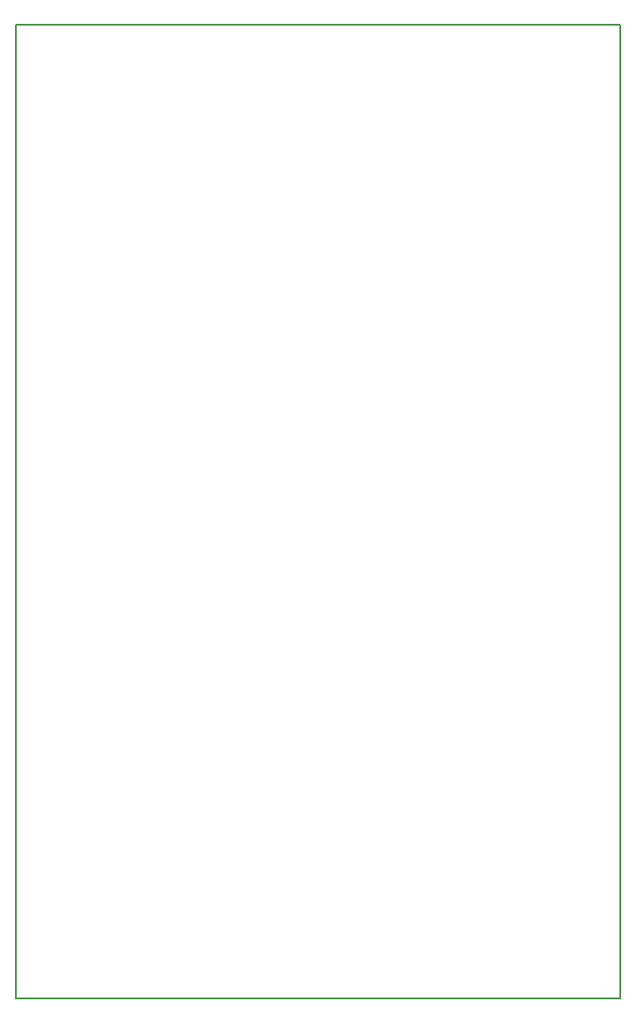
<source format=gm1>
G04 #@! TF.GenerationSoftware,KiCad,Pcbnew,8.0.2*
G04 #@! TF.CreationDate,2024-07-19T17:57:26-05:00*
G04 #@! TF.ProjectId,syringe_pump_circuit,73797269-6e67-4655-9f70-756d705f6369,rev?*
G04 #@! TF.SameCoordinates,Original*
G04 #@! TF.FileFunction,Profile,NP*
%FSLAX46Y46*%
G04 Gerber Fmt 4.6, Leading zero omitted, Abs format (unit mm)*
G04 Created by KiCad (PCBNEW 8.0.2) date 2024-07-19 17:57:26*
%MOMM*%
%LPD*%
G01*
G04 APERTURE LIST*
G04 #@! TA.AperFunction,Profile*
%ADD10C,0.200000*%
G04 #@! TD*
G04 APERTURE END LIST*
D10*
X138900000Y-36800000D02*
X196900000Y-36800000D01*
X196900000Y-130100000D01*
X138900000Y-130100000D01*
X138900000Y-36800000D01*
M02*

</source>
